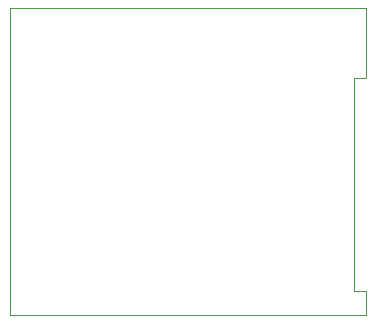
<source format=gbr>
%TF.GenerationSoftware,KiCad,Pcbnew,6.0.4*%
%TF.CreationDate,2022-06-18T10:37:32+08:00*%
%TF.ProjectId,screen_sub_board,73637265-656e-45f7-9375-625f626f6172,rev?*%
%TF.SameCoordinates,Original*%
%TF.FileFunction,Profile,NP*%
%FSLAX46Y46*%
G04 Gerber Fmt 4.6, Leading zero omitted, Abs format (unit mm)*
G04 Created by KiCad (PCBNEW 6.0.4) date 2022-06-18 10:37:32*
%MOMM*%
%LPD*%
G01*
G04 APERTURE LIST*
%TA.AperFunction,Profile*%
%ADD10C,0.100000*%
%TD*%
G04 APERTURE END LIST*
D10*
X157500000Y-85800000D02*
X157500000Y-91800000D01*
X157500000Y-109800000D02*
X157500000Y-111800000D01*
X156500000Y-109800000D02*
X157500000Y-109800000D01*
X156500000Y-91800000D02*
X156500000Y-109800000D01*
X157500000Y-91800000D02*
X156500000Y-91800000D01*
X127300000Y-85800000D02*
X127300000Y-111800000D01*
X157500000Y-85800000D02*
X127300000Y-85800000D01*
X127300000Y-111800000D02*
X157500000Y-111800000D01*
M02*

</source>
